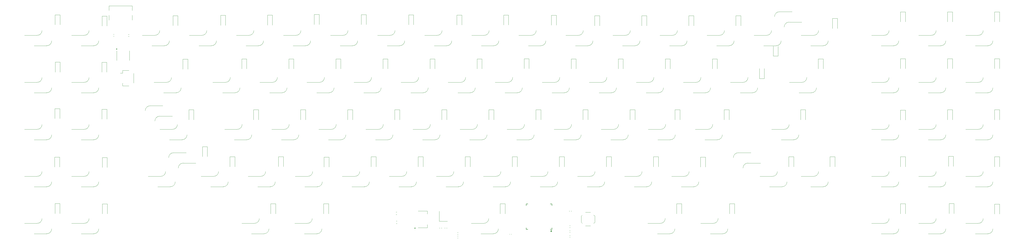
<source format=gbr>
%TF.GenerationSoftware,KiCad,Pcbnew,8.0.8*%
%TF.CreationDate,2025-04-01T14:15:57+02:00*%
%TF.ProjectId,xt_pcb,78745f70-6362-42e6-9b69-6361645f7063,rev?*%
%TF.SameCoordinates,Original*%
%TF.FileFunction,Legend,Bot*%
%TF.FilePolarity,Positive*%
%FSLAX46Y46*%
G04 Gerber Fmt 4.6, Leading zero omitted, Abs format (unit mm)*
G04 Created by KiCad (PCBNEW 8.0.8) date 2025-04-01 14:15:57*
%MOMM*%
%LPD*%
G01*
G04 APERTURE LIST*
%ADD10C,0.120000*%
%ADD11C,0.150000*%
G04 APERTURE END LIST*
D10*
%TO.C,SW79*%
X437610000Y-150305000D02*
X432510000Y-150305000D01*
X441510000Y-154505000D02*
X436410000Y-154505000D01*
X439610000Y-148305000D02*
G75*
G02*
X437610000Y-150305000I-1999999J-1D01*
G01*
X443510000Y-152505000D02*
G75*
G02*
X441510000Y-154505000I-1999999J-1D01*
G01*
%TO.C,SW43*%
X94710000Y-131255000D02*
X89610000Y-131255000D01*
X98610000Y-135455000D02*
X93510000Y-135455000D01*
X96710000Y-129255000D02*
G75*
G02*
X94710000Y-131255000I-1999999J-1D01*
G01*
X100610000Y-133455000D02*
G75*
G02*
X98610000Y-135455000I-1999999J-1D01*
G01*
%TO.C,SW46*%
X175687500Y-131255000D02*
X170587500Y-131255000D01*
X179587500Y-135455000D02*
X174487500Y-135455000D01*
X177687500Y-129255000D02*
G75*
G02*
X175687500Y-131255000I-1999999J-1D01*
G01*
X181587500Y-133455000D02*
G75*
G02*
X179587500Y-135455000I-1999999J-1D01*
G01*
%TO.C,SW36*%
X370950000Y-93155000D02*
X365850000Y-93155000D01*
X374850000Y-97355000D02*
X369750000Y-97355000D01*
X372950000Y-91155000D02*
G75*
G02*
X370950000Y-93155000I-1999999J-1D01*
G01*
X376850000Y-95355000D02*
G75*
G02*
X374850000Y-97355000I-1999999J-1D01*
G01*
%TO.C,SW72*%
X223312500Y-150305000D02*
X218212500Y-150305000D01*
X227212500Y-154505000D02*
X222112500Y-154505000D01*
X225312500Y-148305000D02*
G75*
G02*
X223312500Y-150305000I-1999999J-1D01*
G01*
X229212500Y-152505000D02*
G75*
G02*
X227212500Y-154505000I-1999999J-1D01*
G01*
%TO.C,SW25*%
X151875000Y-112205000D02*
X146775000Y-112205000D01*
X155775000Y-116405000D02*
X150675000Y-116405000D01*
X153875000Y-110205000D02*
G75*
G02*
X151875000Y-112205000I-1999999J-1D01*
G01*
X157775000Y-114405000D02*
G75*
G02*
X155775000Y-116405000I-1999999J-1D01*
G01*
%TO.C,SW38*%
X418560000Y-112205000D02*
X413460000Y-112205000D01*
X422460000Y-116405000D02*
X417360000Y-116405000D01*
X420560000Y-110205000D02*
G75*
G02*
X418560000Y-112205000I-1999999J-1D01*
G01*
X424460000Y-114405000D02*
G75*
G02*
X422460000Y-116405000I-1999999J-1D01*
G01*
%TO.C,SW62*%
X361425000Y-112205000D02*
X356325000Y-112205000D01*
X365325000Y-116405000D02*
X360225000Y-116405000D01*
X363425000Y-110205000D02*
G75*
G02*
X361425000Y-112205000I-1999999J-1D01*
G01*
X367325000Y-114405000D02*
G75*
G02*
X365325000Y-116405000I-1999999J-1D01*
G01*
%TO.C,SW28*%
X209025000Y-112205000D02*
X203925000Y-112205000D01*
X212925000Y-116405000D02*
X207825000Y-116405000D01*
X211025000Y-110205000D02*
G75*
G02*
X209025000Y-112205000I-1999999J-1D01*
G01*
X214925000Y-114405000D02*
G75*
G02*
X212925000Y-116405000I-1999999J-1D01*
G01*
%TO.C,SW9*%
X199500000Y-93155000D02*
X194400000Y-93155000D01*
X203400000Y-97355000D02*
X198300000Y-97355000D01*
X201500000Y-91155000D02*
G75*
G02*
X199500000Y-93155000I-1999999J-1D01*
G01*
X205400000Y-95355000D02*
G75*
G02*
X203400000Y-97355000I-1999999J-1D01*
G01*
%TO.C,SW23*%
X94710000Y-112205000D02*
X89610000Y-112205000D01*
X98610000Y-116405000D02*
X93510000Y-116405000D01*
X96710000Y-110205000D02*
G75*
G02*
X94710000Y-112205000I-1999999J-1D01*
G01*
X100610000Y-114405000D02*
G75*
G02*
X98610000Y-116405000I-1999999J-1D01*
G01*
%TO.C,SW60*%
X337612500Y-150305000D02*
X332512500Y-150305000D01*
X341512500Y-154505000D02*
X336412500Y-154505000D01*
X339612500Y-148305000D02*
G75*
G02*
X337612500Y-150305000I-1999999J-1D01*
G01*
X343512500Y-152505000D02*
G75*
G02*
X341512500Y-154505000I-1999999J-1D01*
G01*
%TO.C,SW5*%
X123300000Y-93155000D02*
X118200000Y-93155000D01*
X127200000Y-97355000D02*
X122100000Y-97355000D01*
X125300000Y-91155000D02*
G75*
G02*
X123300000Y-93155000I-1999999J-1D01*
G01*
X129200000Y-95355000D02*
G75*
G02*
X127200000Y-97355000I-1999999J-1D01*
G01*
%TO.C,SW3*%
X75660000Y-93155000D02*
X70560000Y-93155000D01*
X79560000Y-97355000D02*
X74460000Y-97355000D01*
X77660000Y-91155000D02*
G75*
G02*
X75660000Y-93155000I-1999999J-1D01*
G01*
X81560000Y-95355000D02*
G75*
G02*
X79560000Y-97355000I-1999999J-1D01*
G01*
%TO.C,SW56*%
X378093750Y-131255000D02*
X372993750Y-131255000D01*
X381993750Y-135455000D02*
X376893750Y-135455000D01*
X380093750Y-129255000D02*
G75*
G02*
X378093750Y-131255000I-1999999J-1D01*
G01*
X383993750Y-133455000D02*
G75*
G02*
X381993750Y-135455000I-1999999J-1D01*
G01*
%TO.C,SW20*%
X437610000Y-93155000D02*
X432510000Y-93155000D01*
X441510000Y-97355000D02*
X436410000Y-97355000D01*
X439610000Y-91155000D02*
G75*
G02*
X437610000Y-93155000I-1999999J-1D01*
G01*
X443510000Y-95355000D02*
G75*
G02*
X441510000Y-97355000I-1999999J-1D01*
G01*
%TO.C,SW97*%
X359506250Y-140705000D02*
X364606250Y-140705000D01*
X363406250Y-144905000D02*
X368506250Y-144905000D01*
X357506250Y-142705000D02*
G75*
G02*
X359506250Y-140705000I1999999J1D01*
G01*
X361406250Y-146905000D02*
G75*
G02*
X363406250Y-144905000I1999999J1D01*
G01*
%TO.C,SW63*%
X125681250Y-150305000D02*
X120581250Y-150305000D01*
X129581250Y-154505000D02*
X124481250Y-154505000D01*
X127681250Y-148305000D02*
G75*
G02*
X125681250Y-150305000I-1999999J-1D01*
G01*
X131581250Y-152505000D02*
G75*
G02*
X129581250Y-154505000I-1999999J-1D01*
G01*
%TO.C,SW42*%
X75660000Y-131255000D02*
X70560000Y-131255000D01*
X79560000Y-135455000D02*
X74460000Y-135455000D01*
X77660000Y-129255000D02*
G75*
G02*
X75660000Y-131255000I-1999999J-1D01*
G01*
X81560000Y-133455000D02*
G75*
G02*
X79560000Y-135455000I-1999999J-1D01*
G01*
%TO.C,SW83*%
X163613750Y-169355000D02*
X158513750Y-169355000D01*
X167513750Y-173555000D02*
X162413750Y-173555000D01*
X165613750Y-167355000D02*
G75*
G02*
X163613750Y-169355000I-1999999J-1D01*
G01*
X169513750Y-171555000D02*
G75*
G02*
X167513750Y-173555000I-1999999J-1D01*
G01*
%TO.C,SW47*%
X194737500Y-131255000D02*
X189637500Y-131255000D01*
X198637500Y-135455000D02*
X193537500Y-135455000D01*
X196737500Y-129255000D02*
G75*
G02*
X194737500Y-131255000I-1999999J-1D01*
G01*
X200637500Y-133455000D02*
G75*
G02*
X198637500Y-135455000I-1999999J-1D01*
G01*
%TO.C,SW85*%
X256482500Y-169355000D02*
X251382500Y-169355000D01*
X260382500Y-173555000D02*
X255282500Y-173555000D01*
X258482500Y-167355000D02*
G75*
G02*
X256482500Y-169355000I-1999999J-1D01*
G01*
X262382500Y-171555000D02*
G75*
G02*
X260382500Y-173555000I-1999999J-1D01*
G01*
%TO.C,SW90*%
X456660000Y-169355000D02*
X451560000Y-169355000D01*
X460560000Y-173555000D02*
X455460000Y-173555000D01*
X458660000Y-167355000D02*
G75*
G02*
X456660000Y-169355000I-1999999J-1D01*
G01*
X462560000Y-171555000D02*
G75*
G02*
X460560000Y-173555000I-1999999J-1D01*
G01*
%TO.C,SW82*%
X94710000Y-169355000D02*
X89610000Y-169355000D01*
X98610000Y-173555000D02*
X93510000Y-173555000D01*
X96710000Y-167355000D02*
G75*
G02*
X94710000Y-169355000I-1999999J-1D01*
G01*
X100610000Y-171555000D02*
G75*
G02*
X98610000Y-173555000I-1999999J-1D01*
G01*
%TO.C,SW13*%
X275700000Y-93155000D02*
X270600000Y-93155000D01*
X279600000Y-97355000D02*
X274500000Y-97355000D01*
X277700000Y-91155000D02*
G75*
G02*
X275700000Y-93155000I-1999999J-1D01*
G01*
X281600000Y-95355000D02*
G75*
G02*
X279600000Y-97355000I-1999999J-1D01*
G01*
%TO.C,SW24*%
X128062500Y-112205000D02*
X122962500Y-112205000D01*
X131962500Y-116405000D02*
X126862500Y-116405000D01*
X130062500Y-110205000D02*
G75*
G02*
X128062500Y-112205000I-1999999J-1D01*
G01*
X133962500Y-114405000D02*
G75*
G02*
X131962500Y-116405000I-1999999J-1D01*
G01*
%TO.C,SW81*%
X75660000Y-169355000D02*
X70560000Y-169355000D01*
X79560000Y-173555000D02*
X74460000Y-173555000D01*
X77660000Y-167355000D02*
G75*
G02*
X75660000Y-169355000I-1999999J-1D01*
G01*
X81560000Y-171555000D02*
G75*
G02*
X79560000Y-173555000I-1999999J-1D01*
G01*
%TO.C,SW22*%
X75660000Y-112205000D02*
X70560000Y-112205000D01*
X79560000Y-116405000D02*
X74460000Y-116405000D01*
X77660000Y-110205000D02*
G75*
G02*
X75660000Y-112205000I-1999999J-1D01*
G01*
X81560000Y-114405000D02*
G75*
G02*
X79560000Y-116405000I-1999999J-1D01*
G01*
%TO.C,SW14*%
X294750000Y-93155000D02*
X289650000Y-93155000D01*
X298650000Y-97355000D02*
X293550000Y-97355000D01*
X296750000Y-91155000D02*
G75*
G02*
X294750000Y-93155000I-1999999J-1D01*
G01*
X300650000Y-95355000D02*
G75*
G02*
X298650000Y-97355000I-1999999J-1D01*
G01*
%TO.C,SW49*%
X232837500Y-131255000D02*
X227737500Y-131255000D01*
X236737500Y-135455000D02*
X231637500Y-135455000D01*
X234837500Y-129255000D02*
G75*
G02*
X232837500Y-131255000I-1999999J-1D01*
G01*
X238737500Y-133455000D02*
G75*
G02*
X236737500Y-135455000I-1999999J-1D01*
G01*
%TO.C,SW54*%
X328087500Y-131255000D02*
X322987500Y-131255000D01*
X331987500Y-135455000D02*
X326887500Y-135455000D01*
X330087500Y-129255000D02*
G75*
G02*
X328087500Y-131255000I-1999999J-1D01*
G01*
X333987500Y-133455000D02*
G75*
G02*
X331987500Y-135455000I-1999999J-1D01*
G01*
%TO.C,SW10*%
X218550000Y-93155000D02*
X213450000Y-93155000D01*
X222450000Y-97355000D02*
X217350000Y-97355000D01*
X220550000Y-91155000D02*
G75*
G02*
X218550000Y-93155000I-1999999J-1D01*
G01*
X224450000Y-95355000D02*
G75*
G02*
X222450000Y-97355000I-1999999J-1D01*
G01*
%TO.C,SW15*%
X313800000Y-93155000D02*
X308700000Y-93155000D01*
X317700000Y-97355000D02*
X312600000Y-97355000D01*
X315800000Y-91155000D02*
G75*
G02*
X313800000Y-93155000I-1999999J-1D01*
G01*
X319700000Y-95355000D02*
G75*
G02*
X317700000Y-97355000I-1999999J-1D01*
G01*
%TO.C,SW29*%
X228075000Y-112205000D02*
X222975000Y-112205000D01*
X231975000Y-116405000D02*
X226875000Y-116405000D01*
X230075000Y-110205000D02*
G75*
G02*
X228075000Y-112205000I-1999999J-1D01*
G01*
X233975000Y-114405000D02*
G75*
G02*
X231975000Y-116405000I-1999999J-1D01*
G01*
%TO.C,SW67*%
X94710000Y-150305000D02*
X89610000Y-150305000D01*
X98610000Y-154505000D02*
X93510000Y-154505000D01*
X96710000Y-148305000D02*
G75*
G02*
X94710000Y-150305000I-1999999J-1D01*
G01*
X100610000Y-152505000D02*
G75*
G02*
X98610000Y-154505000I-1999999J-1D01*
G01*
%TO.C,SW50*%
X251887500Y-131255000D02*
X246787500Y-131255000D01*
X255787500Y-135455000D02*
X250687500Y-135455000D01*
X253887500Y-129255000D02*
G75*
G02*
X251887500Y-131255000I-1999999J-1D01*
G01*
X257787500Y-133455000D02*
G75*
G02*
X255787500Y-135455000I-1999999J-1D01*
G01*
%TO.C,SW58*%
X437610000Y-131255000D02*
X432510000Y-131255000D01*
X441510000Y-135455000D02*
X436410000Y-135455000D01*
X439610000Y-129255000D02*
G75*
G02*
X437610000Y-131255000I-1999999J-1D01*
G01*
X443510000Y-133455000D02*
G75*
G02*
X441510000Y-135455000I-1999999J-1D01*
G01*
%TO.C,SW55*%
X347137500Y-131255000D02*
X342037500Y-131255000D01*
X351037500Y-135455000D02*
X345937500Y-135455000D01*
X349137500Y-129255000D02*
G75*
G02*
X347137500Y-131255000I-1999999J-1D01*
G01*
X353037500Y-133455000D02*
G75*
G02*
X351037500Y-135455000I-1999999J-1D01*
G01*
%TO.C,SW16*%
X332850000Y-93155000D02*
X327750000Y-93155000D01*
X336750000Y-97355000D02*
X331650000Y-97355000D01*
X334850000Y-91155000D02*
G75*
G02*
X332850000Y-93155000I-1999999J-1D01*
G01*
X338750000Y-95355000D02*
G75*
G02*
X336750000Y-97355000I-1999999J-1D01*
G01*
%TO.C,SW96*%
X373331250Y-150305000D02*
X368231250Y-150305000D01*
X377231250Y-154505000D02*
X372131250Y-154505000D01*
X375331250Y-148305000D02*
G75*
G02*
X373331250Y-150305000I-1999999J-1D01*
G01*
X379231250Y-152505000D02*
G75*
G02*
X377231250Y-154505000I-1999999J-1D01*
G01*
%TO.C,SW73*%
X242362500Y-150305000D02*
X237262500Y-150305000D01*
X246262500Y-154505000D02*
X241162500Y-154505000D01*
X244362500Y-148305000D02*
G75*
G02*
X242362500Y-150305000I-1999999J-1D01*
G01*
X248262500Y-152505000D02*
G75*
G02*
X246262500Y-154505000I-1999999J-1D01*
G01*
%TO.C,SW37*%
X385237500Y-112205000D02*
X380137500Y-112205000D01*
X389137500Y-116405000D02*
X384037500Y-116405000D01*
X387237500Y-110205000D02*
G75*
G02*
X385237500Y-112205000I-1999999J-1D01*
G01*
X391137500Y-114405000D02*
G75*
G02*
X389137500Y-116405000I-1999999J-1D01*
G01*
%TO.C,SW71*%
X204262500Y-150305000D02*
X199162500Y-150305000D01*
X208162500Y-154505000D02*
X203062500Y-154505000D01*
X206262500Y-148305000D02*
G75*
G02*
X204262500Y-150305000I-1999999J-1D01*
G01*
X210162500Y-152505000D02*
G75*
G02*
X208162500Y-154505000I-1999999J-1D01*
G01*
%TO.C,SW52*%
X289987500Y-131255000D02*
X284887500Y-131255000D01*
X293887500Y-135455000D02*
X288787500Y-135455000D01*
X291987500Y-129255000D02*
G75*
G02*
X289987500Y-131255000I-1999999J-1D01*
G01*
X295887500Y-133455000D02*
G75*
G02*
X293887500Y-135455000I-1999999J-1D01*
G01*
%TO.C,SW34*%
X323325000Y-112205000D02*
X318225000Y-112205000D01*
X327225000Y-116405000D02*
X322125000Y-116405000D01*
X325325000Y-110205000D02*
G75*
G02*
X323325000Y-112205000I-1999999J-1D01*
G01*
X329225000Y-114405000D02*
G75*
G02*
X327225000Y-116405000I-1999999J-1D01*
G01*
%TO.C,SW59*%
X456660000Y-131255000D02*
X451560000Y-131255000D01*
X460560000Y-135455000D02*
X455460000Y-135455000D01*
X458660000Y-129255000D02*
G75*
G02*
X456660000Y-131255000I-1999999J-1D01*
G01*
X462560000Y-133455000D02*
G75*
G02*
X460560000Y-135455000I-1999999J-1D01*
G01*
%TO.C,SW75*%
X280462500Y-150305000D02*
X275362500Y-150305000D01*
X284362500Y-154505000D02*
X279262500Y-154505000D01*
X282462500Y-148305000D02*
G75*
G02*
X280462500Y-150305000I-1999999J-1D01*
G01*
X286362500Y-152505000D02*
G75*
G02*
X284362500Y-154505000I-1999999J-1D01*
G01*
%TO.C,SW44*%
X121430000Y-121670000D02*
X126530000Y-121670000D01*
X125330000Y-125870000D02*
X130430000Y-125870000D01*
X119430000Y-123670000D02*
G75*
G02*
X121430000Y-121670000I1999999J1D01*
G01*
X123330000Y-127870000D02*
G75*
G02*
X125330000Y-125870000I1999999J1D01*
G01*
%TO.C,SW41*%
X130443750Y-131255000D02*
X125343750Y-131255000D01*
X134343750Y-135455000D02*
X129243750Y-135455000D01*
X132443750Y-129255000D02*
G75*
G02*
X130443750Y-131255000I-1999999J-1D01*
G01*
X136343750Y-133455000D02*
G75*
G02*
X134343750Y-135455000I-1999999J-1D01*
G01*
%TO.C,SW6*%
X142350000Y-93155000D02*
X137250000Y-93155000D01*
X146250000Y-97355000D02*
X141150000Y-97355000D01*
X144350000Y-91155000D02*
G75*
G02*
X142350000Y-93155000I-1999999J-1D01*
G01*
X148250000Y-95355000D02*
G75*
G02*
X146250000Y-97355000I-1999999J-1D01*
G01*
%TO.C,SW21*%
X456660000Y-93155000D02*
X451560000Y-93155000D01*
X460560000Y-97355000D02*
X455460000Y-97355000D01*
X458660000Y-91155000D02*
G75*
G02*
X456660000Y-93155000I-1999999J-1D01*
G01*
X462560000Y-95355000D02*
G75*
G02*
X460560000Y-97355000I-1999999J-1D01*
G01*
%TO.C,SW77*%
X318562500Y-150305000D02*
X313462500Y-150305000D01*
X322462500Y-154505000D02*
X317362500Y-154505000D01*
X320562500Y-148305000D02*
G75*
G02*
X318562500Y-150305000I-1999999J-1D01*
G01*
X324462500Y-152505000D02*
G75*
G02*
X322462500Y-154505000I-1999999J-1D01*
G01*
%TO.C,SW4*%
X94710000Y-93155000D02*
X89610000Y-93155000D01*
X98610000Y-97355000D02*
X93510000Y-97355000D01*
X96710000Y-91155000D02*
G75*
G02*
X94710000Y-93155000I-1999999J-1D01*
G01*
X100610000Y-95355000D02*
G75*
G02*
X98610000Y-97355000I-1999999J-1D01*
G01*
%TO.C,SW2*%
X390000000Y-93155000D02*
X384900000Y-93155000D01*
X393900000Y-97355000D02*
X388800000Y-97355000D01*
X392000000Y-91155000D02*
G75*
G02*
X390000000Y-93155000I-1999999J-1D01*
G01*
X395900000Y-95355000D02*
G75*
G02*
X393900000Y-97355000I-1999999J-1D01*
G01*
%TO.C,SW1*%
X376175000Y-83555000D02*
X381275000Y-83555000D01*
X380075000Y-87755000D02*
X385175000Y-87755000D01*
X374175000Y-85555000D02*
G75*
G02*
X376175000Y-83555000I1999999J1D01*
G01*
X378075000Y-89755000D02*
G75*
G02*
X380075000Y-87755000I1999999J1D01*
G01*
%TO.C,SW12*%
X256650000Y-93155000D02*
X251550000Y-93155000D01*
X260550000Y-97355000D02*
X255450000Y-97355000D01*
X258650000Y-91155000D02*
G75*
G02*
X256650000Y-93155000I-1999999J-1D01*
G01*
X262550000Y-95355000D02*
G75*
G02*
X260550000Y-97355000I-1999999J-1D01*
G01*
%TO.C,SW66*%
X75660000Y-150305000D02*
X70560000Y-150305000D01*
X79560000Y-154505000D02*
X74460000Y-154505000D01*
X77660000Y-148305000D02*
G75*
G02*
X75660000Y-150305000I-1999999J-1D01*
G01*
X81560000Y-152505000D02*
G75*
G02*
X79560000Y-154505000I-1999999J-1D01*
G01*
%TO.C,SW68*%
X147112500Y-150305000D02*
X142012500Y-150305000D01*
X151012500Y-154505000D02*
X145912500Y-154505000D01*
X149112500Y-148305000D02*
G75*
G02*
X147112500Y-150305000I-1999999J-1D01*
G01*
X153012500Y-152505000D02*
G75*
G02*
X151012500Y-154505000I-1999999J-1D01*
G01*
%TO.C,SW40*%
X456660000Y-112205000D02*
X451560000Y-112205000D01*
X460560000Y-116405000D02*
X455460000Y-116405000D01*
X458660000Y-110205000D02*
G75*
G02*
X456660000Y-112205000I-1999999J-1D01*
G01*
X462560000Y-114405000D02*
G75*
G02*
X460560000Y-116405000I-1999999J-1D01*
G01*
%TO.C,SW45*%
X156637500Y-131255000D02*
X151537500Y-131255000D01*
X160537500Y-135455000D02*
X155437500Y-135455000D01*
X158637500Y-129255000D02*
G75*
G02*
X156637500Y-131255000I-1999999J-1D01*
G01*
X162537500Y-133455000D02*
G75*
G02*
X160537500Y-135455000I-1999999J-1D01*
G01*
%TO.C,SW7*%
X161400000Y-93155000D02*
X156300000Y-93155000D01*
X165300000Y-97355000D02*
X160200000Y-97355000D01*
X163400000Y-91155000D02*
G75*
G02*
X161400000Y-93155000I-1999999J-1D01*
G01*
X167300000Y-95355000D02*
G75*
G02*
X165300000Y-97355000I-1999999J-1D01*
G01*
%TO.C,SW48*%
X213787500Y-131255000D02*
X208687500Y-131255000D01*
X217687500Y-135455000D02*
X212587500Y-135455000D01*
X215787500Y-129255000D02*
G75*
G02*
X213787500Y-131255000I-1999999J-1D01*
G01*
X219687500Y-133455000D02*
G75*
G02*
X217687500Y-135455000I-1999999J-1D01*
G01*
%TO.C,SW31*%
X266175000Y-112205000D02*
X261075000Y-112205000D01*
X270075000Y-116405000D02*
X264975000Y-116405000D01*
X268175000Y-110205000D02*
G75*
G02*
X266175000Y-112205000I-1999999J-1D01*
G01*
X272075000Y-114405000D02*
G75*
G02*
X270075000Y-116405000I-1999999J-1D01*
G01*
%TO.C,SW26*%
X170925000Y-112205000D02*
X165825000Y-112205000D01*
X174825000Y-116405000D02*
X169725000Y-116405000D01*
X172925000Y-110205000D02*
G75*
G02*
X170925000Y-112205000I-1999999J-1D01*
G01*
X176825000Y-114405000D02*
G75*
G02*
X174825000Y-116405000I-1999999J-1D01*
G01*
%TO.C,SW35*%
X342375000Y-112205000D02*
X337275000Y-112205000D01*
X346275000Y-116405000D02*
X341175000Y-116405000D01*
X344375000Y-110205000D02*
G75*
G02*
X342375000Y-112205000I-1999999J-1D01*
G01*
X348275000Y-114405000D02*
G75*
G02*
X346275000Y-116405000I-1999999J-1D01*
G01*
%TO.C,SW84*%
X185045000Y-169355000D02*
X179945000Y-169355000D01*
X188945000Y-173555000D02*
X183845000Y-173555000D01*
X187045000Y-167355000D02*
G75*
G02*
X185045000Y-169355000I-1999999J-1D01*
G01*
X190945000Y-171555000D02*
G75*
G02*
X188945000Y-173555000I-1999999J-1D01*
G01*
%TO.C,SW78*%
X418560000Y-150305000D02*
X413460000Y-150305000D01*
X422460000Y-154505000D02*
X417360000Y-154505000D01*
X420560000Y-148305000D02*
G75*
G02*
X418560000Y-150305000I-1999999J-1D01*
G01*
X424460000Y-152505000D02*
G75*
G02*
X422460000Y-154505000I-1999999J-1D01*
G01*
%TO.C,SW32*%
X285225000Y-112205000D02*
X280125000Y-112205000D01*
X289125000Y-116405000D02*
X284025000Y-116405000D01*
X287225000Y-110205000D02*
G75*
G02*
X285225000Y-112205000I-1999999J-1D01*
G01*
X291125000Y-114405000D02*
G75*
G02*
X289125000Y-116405000I-1999999J-1D01*
G01*
%TO.C,SW89*%
X437610000Y-169355000D02*
X432510000Y-169355000D01*
X441510000Y-173555000D02*
X436410000Y-173555000D01*
X439610000Y-167355000D02*
G75*
G02*
X437610000Y-169355000I-1999999J-1D01*
G01*
X443510000Y-171555000D02*
G75*
G02*
X441510000Y-173555000I-1999999J-1D01*
G01*
%TO.C,SW69*%
X166162500Y-150305000D02*
X161062500Y-150305000D01*
X170062500Y-154505000D02*
X164962500Y-154505000D01*
X168162500Y-148305000D02*
G75*
G02*
X166162500Y-150305000I-1999999J-1D01*
G01*
X172062500Y-152505000D02*
G75*
G02*
X170062500Y-154505000I-1999999J-1D01*
G01*
%TO.C,SW17*%
X351900000Y-93155000D02*
X346800000Y-93155000D01*
X355800000Y-97355000D02*
X350700000Y-97355000D01*
X353900000Y-91155000D02*
G75*
G02*
X351900000Y-93155000I-1999999J-1D01*
G01*
X357800000Y-95355000D02*
G75*
G02*
X355800000Y-97355000I-1999999J-1D01*
G01*
%TO.C,SW39*%
X437610000Y-112205000D02*
X432510000Y-112205000D01*
X441510000Y-116405000D02*
X436410000Y-116405000D01*
X439610000Y-110205000D02*
G75*
G02*
X437610000Y-112205000I-1999999J-1D01*
G01*
X443510000Y-114405000D02*
G75*
G02*
X441510000Y-116405000I-1999999J-1D01*
G01*
%TO.C,SW74*%
X261412500Y-150305000D02*
X256312500Y-150305000D01*
X265312500Y-154505000D02*
X260212500Y-154505000D01*
X263412500Y-148305000D02*
G75*
G02*
X261412500Y-150305000I-1999999J-1D01*
G01*
X267312500Y-152505000D02*
G75*
G02*
X265312500Y-154505000I-1999999J-1D01*
G01*
%TO.C,SW30*%
X247125000Y-112205000D02*
X242025000Y-112205000D01*
X251025000Y-116405000D02*
X245925000Y-116405000D01*
X249125000Y-110205000D02*
G75*
G02*
X247125000Y-112205000I-1999999J-1D01*
G01*
X253025000Y-114405000D02*
G75*
G02*
X251025000Y-116405000I-1999999J-1D01*
G01*
%TO.C,SW64*%
X390000000Y-150305000D02*
X384900000Y-150305000D01*
X393900000Y-154505000D02*
X388800000Y-154505000D01*
X392000000Y-148305000D02*
G75*
G02*
X390000000Y-150305000I-1999999J-1D01*
G01*
X395900000Y-152505000D02*
G75*
G02*
X393900000Y-154505000I-1999999J-1D01*
G01*
%TO.C,SW19*%
X418560000Y-93155000D02*
X413460000Y-93155000D01*
X422460000Y-97355000D02*
X417360000Y-97355000D01*
X420560000Y-91155000D02*
G75*
G02*
X418560000Y-93155000I-1999999J-1D01*
G01*
X424460000Y-95355000D02*
G75*
G02*
X422460000Y-97355000I-1999999J-1D01*
G01*
%TO.C,SW57*%
X418560000Y-131255000D02*
X413460000Y-131255000D01*
X422460000Y-135455000D02*
X417360000Y-135455000D01*
X420560000Y-129255000D02*
G75*
G02*
X418560000Y-131255000I-1999999J-1D01*
G01*
X424460000Y-133455000D02*
G75*
G02*
X422460000Y-135455000I-1999999J-1D01*
G01*
%TO.C,SW8*%
X180450000Y-93155000D02*
X175350000Y-93155000D01*
X184350000Y-97355000D02*
X179250000Y-97355000D01*
X182450000Y-91155000D02*
G75*
G02*
X180450000Y-93155000I-1999999J-1D01*
G01*
X186350000Y-95355000D02*
G75*
G02*
X184350000Y-97355000I-1999999J-1D01*
G01*
%TO.C,SW51*%
X270937500Y-131255000D02*
X265837500Y-131255000D01*
X274837500Y-135455000D02*
X269737500Y-135455000D01*
X272937500Y-129255000D02*
G75*
G02*
X270937500Y-131255000I-1999999J-1D01*
G01*
X276837500Y-133455000D02*
G75*
G02*
X274837500Y-135455000I-1999999J-1D01*
G01*
%TO.C,SW33*%
X304275000Y-112205000D02*
X299175000Y-112205000D01*
X308175000Y-116405000D02*
X303075000Y-116405000D01*
X306275000Y-110205000D02*
G75*
G02*
X304275000Y-112205000I-1999999J-1D01*
G01*
X310175000Y-114405000D02*
G75*
G02*
X308175000Y-116405000I-1999999J-1D01*
G01*
%TO.C,SW76*%
X299512500Y-150305000D02*
X294412500Y-150305000D01*
X303412500Y-154505000D02*
X298312500Y-154505000D01*
X301512500Y-148305000D02*
G75*
G02*
X299512500Y-150305000I-1999999J-1D01*
G01*
X305412500Y-152505000D02*
G75*
G02*
X303412500Y-154505000I-1999999J-1D01*
G01*
%TO.C,SW11*%
X237600000Y-93155000D02*
X232500000Y-93155000D01*
X241500000Y-97355000D02*
X236400000Y-97355000D01*
X239600000Y-91155000D02*
G75*
G02*
X237600000Y-93155000I-1999999J-1D01*
G01*
X243500000Y-95355000D02*
G75*
G02*
X241500000Y-97355000I-1999999J-1D01*
G01*
%TO.C,SW80*%
X456660000Y-150305000D02*
X451560000Y-150305000D01*
X460560000Y-154505000D02*
X455460000Y-154505000D01*
X458660000Y-148305000D02*
G75*
G02*
X456660000Y-150305000I-1999999J-1D01*
G01*
X462560000Y-152505000D02*
G75*
G02*
X460560000Y-154505000I-1999999J-1D01*
G01*
%TO.C,SW27*%
X189975000Y-112205000D02*
X184875000Y-112205000D01*
X193875000Y-116405000D02*
X188775000Y-116405000D01*
X191975000Y-110205000D02*
G75*
G02*
X189975000Y-112205000I-1999999J-1D01*
G01*
X195875000Y-114405000D02*
G75*
G02*
X193875000Y-116405000I-1999999J-1D01*
G01*
%TO.C,SW88*%
X418560000Y-169355000D02*
X413460000Y-169355000D01*
X422460000Y-173555000D02*
X417360000Y-173555000D01*
X420560000Y-167355000D02*
G75*
G02*
X418560000Y-169355000I-1999999J-1D01*
G01*
X424460000Y-171555000D02*
G75*
G02*
X422460000Y-173555000I-1999999J-1D01*
G01*
%TO.C,SW87*%
X349351250Y-169355000D02*
X344251250Y-169355000D01*
X353251250Y-173555000D02*
X348151250Y-173555000D01*
X351351250Y-167355000D02*
G75*
G02*
X349351250Y-169355000I-1999999J-1D01*
G01*
X355251250Y-171555000D02*
G75*
G02*
X353251250Y-173555000I-1999999J-1D01*
G01*
%TO.C,SW61*%
X130906250Y-140705000D02*
X136006250Y-140705000D01*
X134806250Y-144905000D02*
X139906250Y-144905000D01*
X128906250Y-142705000D02*
G75*
G02*
X130906250Y-140705000I1999999J1D01*
G01*
X132806250Y-146905000D02*
G75*
G02*
X134806250Y-144905000I1999999J1D01*
G01*
%TO.C,SW86*%
X327920000Y-169355000D02*
X322820000Y-169355000D01*
X331820000Y-173555000D02*
X326720000Y-173555000D01*
X329920000Y-167355000D02*
G75*
G02*
X327920000Y-169355000I-1999999J-1D01*
G01*
X333820000Y-171555000D02*
G75*
G02*
X331820000Y-173555000I-1999999J-1D01*
G01*
%TO.C,SW53*%
X309037500Y-131255000D02*
X303937500Y-131255000D01*
X312937500Y-135455000D02*
X307837500Y-135455000D01*
X311037500Y-129255000D02*
G75*
G02*
X309037500Y-131255000I-1999999J-1D01*
G01*
X314937500Y-133455000D02*
G75*
G02*
X312937500Y-135455000I-1999999J-1D01*
G01*
%TO.C,SW70*%
X185212500Y-150305000D02*
X180112500Y-150305000D01*
X189112500Y-154505000D02*
X184012500Y-154505000D01*
X187212500Y-148305000D02*
G75*
G02*
X185212500Y-150305000I-1999999J-1D01*
G01*
X191112500Y-152505000D02*
G75*
G02*
X189112500Y-154505000I-1999999J-1D01*
G01*
%TO.C,D66*%
X229912500Y-146355000D02*
X229912500Y-142345000D01*
X231912500Y-142345000D02*
X229912500Y-142345000D01*
X231912500Y-146355000D02*
X231912500Y-142345000D01*
%TO.C,D49*%
X277537500Y-127305000D02*
X277537500Y-123295000D01*
X279537500Y-123295000D02*
X277537500Y-123295000D01*
X279537500Y-127305000D02*
X279537500Y-123295000D01*
%TO.C,D82*%
X355951250Y-165405000D02*
X355951250Y-161395000D01*
X357951250Y-161395000D02*
X355951250Y-161395000D01*
X357951250Y-165405000D02*
X357951250Y-161395000D01*
%TO.C,D79*%
X191645000Y-165405000D02*
X191645000Y-161395000D01*
X193645000Y-161395000D02*
X191645000Y-161395000D01*
X193645000Y-165405000D02*
X193645000Y-161395000D01*
%TO.C,D32*%
X310875000Y-106705000D02*
X310875000Y-102695000D01*
X312875000Y-102695000D02*
X310875000Y-102695000D01*
X312875000Y-106705000D02*
X312875000Y-102695000D01*
%TO.C,D58*%
X82742500Y-146505000D02*
X82742500Y-142495000D01*
X84742500Y-142495000D02*
X82742500Y-142495000D01*
X84742500Y-146505000D02*
X84742500Y-142495000D01*
%TO.C,D64*%
X191812500Y-146455000D02*
X191812500Y-142445000D01*
X193812500Y-142445000D02*
X191812500Y-142445000D01*
X193812500Y-146455000D02*
X193812500Y-142445000D01*
%TO.C,D13*%
X320400000Y-89205000D02*
X320400000Y-85195000D01*
X322400000Y-85195000D02*
X320400000Y-85195000D01*
X322400000Y-89205000D02*
X322400000Y-85195000D01*
%TO.C,J2*%
X104705000Y-81175000D02*
X104705000Y-83075000D01*
X104705000Y-84975000D02*
X104705000Y-86975000D01*
X114105000Y-81175000D02*
X104705000Y-81175000D01*
X114105000Y-81175000D02*
X114105000Y-83075000D01*
X114105000Y-84975000D02*
X114105000Y-86975000D01*
%TO.C,R2*%
X246063641Y-173010000D02*
X245756359Y-173010000D01*
X246063641Y-173770000D02*
X245756359Y-173770000D01*
%TO.C,D7*%
X206845000Y-88755000D02*
X206845000Y-84745000D01*
X208845000Y-84745000D02*
X206845000Y-84745000D01*
X208845000Y-88755000D02*
X208845000Y-84745000D01*
%TO.C,U1*%
X233610000Y-164290000D02*
X229850000Y-164290000D01*
X233610000Y-165550000D02*
X233610000Y-164290000D01*
X233610000Y-169850000D02*
X233610000Y-171110000D01*
X233610000Y-171110000D02*
X229850000Y-171110000D01*
X228810000Y-171340000D02*
X228330000Y-171340000D01*
X228570000Y-171010000D01*
X228810000Y-171340000D01*
G36*
X228810000Y-171340000D02*
G01*
X228330000Y-171340000D01*
X228570000Y-171010000D01*
X228810000Y-171340000D01*
G37*
%TO.C,D36*%
X391837500Y-106705000D02*
X391837500Y-102695000D01*
X393837500Y-102695000D02*
X391837500Y-102695000D01*
X393837500Y-106705000D02*
X393837500Y-102695000D01*
%TO.C,D19*%
X444210000Y-87655000D02*
X444210000Y-83645000D01*
X446210000Y-83645000D02*
X444210000Y-83645000D01*
X446210000Y-87655000D02*
X446210000Y-83645000D01*
%TO.C,D43*%
X163237500Y-127305000D02*
X163237500Y-123295000D01*
X165237500Y-123295000D02*
X163237500Y-123295000D01*
X165237500Y-127305000D02*
X165237500Y-123295000D01*
%TO.C,D59*%
X101997500Y-146640000D02*
X101997500Y-142630000D01*
X103997500Y-142630000D02*
X101997500Y-142630000D01*
X103997500Y-146640000D02*
X103997500Y-142630000D01*
%TO.C,C3*%
X291397836Y-170280000D02*
X291182164Y-170280000D01*
X291397836Y-171000000D02*
X291182164Y-171000000D01*
%TO.C,D83*%
X425160000Y-165405000D02*
X425160000Y-161395000D01*
X427160000Y-161395000D02*
X425160000Y-161395000D01*
X427160000Y-165405000D02*
X427160000Y-161395000D01*
%TO.C,D6*%
X187820000Y-88705000D02*
X187820000Y-84695000D01*
X189820000Y-84695000D02*
X187820000Y-84695000D01*
X189820000Y-88705000D02*
X189820000Y-84695000D01*
%TO.C,D41*%
X101897500Y-127090000D02*
X101897500Y-123080000D01*
X103897500Y-123080000D02*
X101897500Y-123080000D01*
X103897500Y-127090000D02*
X103897500Y-123080000D01*
%TO.C,D15*%
X358500000Y-89205000D02*
X358500000Y-85195000D01*
X360500000Y-85195000D02*
X358500000Y-85195000D01*
X360500000Y-89205000D02*
X360500000Y-85195000D01*
%TO.C,D84*%
X444835000Y-165305000D02*
X444835000Y-161295000D01*
X446835000Y-161295000D02*
X444835000Y-161295000D01*
X446835000Y-165305000D02*
X446835000Y-161295000D01*
%TO.C,C6*%
X240740000Y-171102164D02*
X240740000Y-171317836D01*
X241460000Y-171102164D02*
X241460000Y-171317836D01*
%TO.C,D12*%
X301350000Y-89205000D02*
X301350000Y-85195000D01*
X303350000Y-85195000D02*
X301350000Y-85195000D01*
X303350000Y-89205000D02*
X303350000Y-85195000D01*
%TO.C,D37*%
X425160000Y-106605000D02*
X425160000Y-102595000D01*
X427160000Y-102595000D02*
X425160000Y-102595000D01*
X427160000Y-106605000D02*
X427160000Y-102595000D01*
%TO.C,D44*%
X182287500Y-127305000D02*
X182287500Y-123295000D01*
X184287500Y-123295000D02*
X182287500Y-123295000D01*
X184287500Y-127305000D02*
X184287500Y-123295000D01*
%TO.C,D39*%
X463260000Y-106605000D02*
X463260000Y-102595000D01*
X465260000Y-102595000D02*
X463260000Y-102595000D01*
X465260000Y-106605000D02*
X465260000Y-102595000D01*
%TO.C,D22*%
X101822500Y-108065000D02*
X101822500Y-104055000D01*
X103822500Y-104055000D02*
X101822500Y-104055000D01*
X103822500Y-108065000D02*
X103822500Y-104055000D01*
%TO.C,D86*%
X396600000Y-146355000D02*
X396600000Y-142345000D01*
X398600000Y-142345000D02*
X396600000Y-142345000D01*
X398600000Y-146355000D02*
X398600000Y-142345000D01*
%TO.C,D65*%
X210862500Y-146355000D02*
X210862500Y-142345000D01*
X212862500Y-142345000D02*
X210862500Y-142345000D01*
X212862500Y-146355000D02*
X212862500Y-142345000D01*
%TO.C,D2*%
X101922500Y-89315000D02*
X101922500Y-85305000D01*
X103922500Y-85305000D02*
X101922500Y-85305000D01*
X103922500Y-89315000D02*
X103922500Y-85305000D01*
%TO.C,D25*%
X177525000Y-106705000D02*
X177525000Y-102695000D01*
X179525000Y-102695000D02*
X177525000Y-102695000D01*
X179525000Y-106705000D02*
X179525000Y-102695000D01*
%TO.C,D4*%
X149920000Y-89030000D02*
X149920000Y-85020000D01*
X151920000Y-85020000D02*
X149920000Y-85020000D01*
X151920000Y-89030000D02*
X151920000Y-85020000D01*
%TO.C,D28*%
X234675000Y-106705000D02*
X234675000Y-102695000D01*
X236675000Y-102695000D02*
X234675000Y-102695000D01*
X236675000Y-106705000D02*
X236675000Y-102695000D01*
%TO.C,D74*%
X444560000Y-146180000D02*
X444560000Y-142170000D01*
X446560000Y-142170000D02*
X444560000Y-142170000D01*
X446560000Y-146180000D02*
X446560000Y-142170000D01*
D11*
%TO.C,U2*%
X273685000Y-162130000D02*
X273685000Y-161455000D01*
X273685000Y-171130000D02*
X273685000Y-171805000D01*
X274360000Y-161455000D02*
X273685000Y-161455000D01*
X274360000Y-171805000D02*
X273685000Y-171805000D01*
X283360000Y-161455000D02*
X284035000Y-161455000D01*
X283420000Y-171805000D02*
X284035000Y-171805000D01*
X284035000Y-162130000D02*
X284035000Y-161455000D01*
X284035000Y-171130000D02*
X284035000Y-171805000D01*
D10*
X283870000Y-172830000D02*
X283400000Y-172490000D01*
X283870000Y-172150000D01*
X283870000Y-172830000D01*
G36*
X283870000Y-172830000D02*
G01*
X283400000Y-172490000D01*
X283870000Y-172150000D01*
X283870000Y-172830000D01*
G37*
%TO.C,C8*%
X266940000Y-173622164D02*
X266940000Y-173837836D01*
X267660000Y-173622164D02*
X267660000Y-173837836D01*
%TO.C,J1*%
X109280000Y-108415000D02*
X110270000Y-108415000D01*
X110270000Y-107365000D02*
X112770000Y-107365000D01*
X110270000Y-108415000D02*
X110270000Y-107365000D01*
X110270000Y-112535000D02*
X110270000Y-113585000D01*
X110270000Y-113585000D02*
X112770000Y-113585000D01*
X114740000Y-112415000D02*
X114740000Y-108535000D01*
%TO.C,D40*%
X82842500Y-126855000D02*
X82842500Y-122845000D01*
X84842500Y-122845000D02*
X82842500Y-122845000D01*
X84842500Y-126855000D02*
X84842500Y-122845000D01*
%TO.C,D53*%
X353737500Y-127305000D02*
X353737500Y-123295000D01*
X355737500Y-123295000D02*
X353737500Y-123295000D01*
X355737500Y-127305000D02*
X355737500Y-123295000D01*
%TO.C,U3*%
X107915000Y-99415000D02*
X107915000Y-101365000D01*
X107915000Y-103315000D02*
X107915000Y-101365000D01*
X113035000Y-99415000D02*
X113035000Y-101365000D01*
X113035000Y-103315000D02*
X113035000Y-101365000D01*
X108010000Y-98665000D02*
X107680000Y-98905000D01*
X107680000Y-98425000D01*
X108010000Y-98665000D01*
G36*
X108010000Y-98665000D02*
G01*
X107680000Y-98905000D01*
X107680000Y-98425000D01*
X108010000Y-98665000D01*
G37*
%TO.C,D45*%
X201337500Y-127305000D02*
X201337500Y-123295000D01*
X203337500Y-123295000D02*
X201337500Y-123295000D01*
X203337500Y-127305000D02*
X203337500Y-123295000D01*
%TO.C,R5*%
X112838641Y-92765000D02*
X112531359Y-92765000D01*
X112838641Y-93525000D02*
X112531359Y-93525000D01*
%TO.C,D70*%
X306112500Y-146355000D02*
X306112500Y-142345000D01*
X308112500Y-142345000D02*
X306112500Y-142345000D01*
X308112500Y-146355000D02*
X308112500Y-142345000D01*
%TO.C,D1*%
X82892500Y-88805000D02*
X82892500Y-84795000D01*
X84892500Y-84795000D02*
X82892500Y-84795000D01*
X84892500Y-88805000D02*
X84892500Y-84795000D01*
%TO.C,Y1*%
X238390000Y-164450000D02*
X238390000Y-168450000D01*
X238390000Y-168450000D02*
X241690000Y-168450000D01*
%TO.C,R1*%
X291100000Y-164513641D02*
X291100000Y-164206359D01*
X291860000Y-164513641D02*
X291860000Y-164206359D01*
%TO.C,D20*%
X463260000Y-87655000D02*
X463260000Y-83645000D01*
X465260000Y-83645000D02*
X463260000Y-83645000D01*
X465260000Y-87655000D02*
X465260000Y-83645000D01*
%TO.C,D23*%
X134662500Y-106805000D02*
X134662500Y-102795000D01*
X136662500Y-102795000D02*
X134662500Y-102795000D01*
X136662500Y-106805000D02*
X136662500Y-102795000D01*
%TO.C,D80*%
X263082500Y-165405000D02*
X263082500Y-161395000D01*
X265082500Y-161395000D02*
X263082500Y-161395000D01*
X265082500Y-165405000D02*
X265082500Y-161395000D01*
%TO.C,D71*%
X325162500Y-146355000D02*
X325162500Y-142345000D01*
X327162500Y-142345000D02*
X325162500Y-142345000D01*
X327162500Y-146355000D02*
X327162500Y-142345000D01*
%TO.C,C5*%
X221019420Y-168400000D02*
X221300580Y-168400000D01*
X221019420Y-169420000D02*
X221300580Y-169420000D01*
%TO.C,D81*%
X334520000Y-165405000D02*
X334520000Y-161395000D01*
X336520000Y-161395000D02*
X334520000Y-161395000D01*
X336520000Y-165405000D02*
X336520000Y-161395000D01*
%TO.C,D31*%
X291825000Y-106705000D02*
X291825000Y-102695000D01*
X293825000Y-102695000D02*
X291825000Y-102695000D01*
X293825000Y-106705000D02*
X293825000Y-102695000D01*
%TO.C,D27*%
X215625000Y-106705000D02*
X215625000Y-102695000D01*
X217625000Y-102695000D02*
X215625000Y-102695000D01*
X217625000Y-106705000D02*
X217625000Y-102695000D01*
%TO.C,D34*%
X348975000Y-106705000D02*
X348975000Y-102695000D01*
X350975000Y-102695000D02*
X348975000Y-102695000D01*
X350975000Y-106705000D02*
X350975000Y-102695000D01*
%TO.C,D77*%
X102072500Y-165465000D02*
X102072500Y-161455000D01*
X104072500Y-161455000D02*
X102072500Y-161455000D01*
X104072500Y-165465000D02*
X104072500Y-161455000D01*
%TO.C,D75*%
X463260000Y-146355000D02*
X463260000Y-142345000D01*
X465260000Y-142345000D02*
X463260000Y-142345000D01*
X465260000Y-146355000D02*
X465260000Y-142345000D01*
%TO.C,D3*%
X130620000Y-89155000D02*
X130620000Y-85145000D01*
X132620000Y-85145000D02*
X130620000Y-85145000D01*
X132620000Y-89155000D02*
X132620000Y-85145000D01*
%TO.C,C1*%
X291397838Y-174220000D02*
X291182166Y-174220000D01*
X291397838Y-174940000D02*
X291182166Y-174940000D01*
%TO.C,D47*%
X239437500Y-127305000D02*
X239437500Y-123295000D01*
X241437500Y-123295000D02*
X239437500Y-123295000D01*
X241437500Y-127305000D02*
X241437500Y-123295000D01*
%TO.C,BT1*%
X295900000Y-166360000D02*
X296350000Y-165910000D01*
X295900000Y-168860000D02*
X295900000Y-166360000D01*
X295900000Y-168860000D02*
X296350000Y-169310000D01*
X299650000Y-164860000D02*
X297650000Y-164860000D01*
X299650000Y-170360000D02*
X297650000Y-170360000D01*
X301400000Y-166360000D02*
X300950000Y-165910000D01*
X301400000Y-168860000D02*
X300950000Y-169310000D01*
X301400000Y-168860000D02*
X301400000Y-166360000D01*
%TO.C,D10*%
X264495000Y-88905000D02*
X264495000Y-84895000D01*
X266495000Y-84895000D02*
X264495000Y-84895000D01*
X266495000Y-88905000D02*
X266495000Y-84895000D01*
%TO.C,D73*%
X425160000Y-146355000D02*
X425160000Y-142345000D01*
X427160000Y-142345000D02*
X425160000Y-142345000D01*
X427160000Y-146355000D02*
X427160000Y-142345000D01*
%TO.C,D29*%
X253725000Y-106705000D02*
X253725000Y-102695000D01*
X255725000Y-102695000D02*
X253725000Y-102695000D01*
X255725000Y-106705000D02*
X255725000Y-102695000D01*
%TO.C,D26*%
X196575000Y-106705000D02*
X196575000Y-102695000D01*
X198575000Y-102695000D02*
X196575000Y-102695000D01*
X198575000Y-106705000D02*
X198575000Y-102695000D01*
%TO.C,D14*%
X339450000Y-89205000D02*
X339450000Y-85195000D01*
X341450000Y-85195000D02*
X339450000Y-85195000D01*
X341450000Y-89205000D02*
X341450000Y-85195000D01*
%TO.C,D8*%
X226045000Y-88830000D02*
X226045000Y-84820000D01*
X228045000Y-84820000D02*
X226045000Y-84820000D01*
X228045000Y-88830000D02*
X228045000Y-84820000D01*
%TO.C,R3*%
X246083641Y-174530000D02*
X245776359Y-174530000D01*
X246083641Y-175290000D02*
X245776359Y-175290000D01*
%TO.C,D72*%
X379931250Y-146355000D02*
X379931250Y-142345000D01*
X381931250Y-142345000D02*
X379931250Y-142345000D01*
X381931250Y-146355000D02*
X381931250Y-142345000D01*
%TO.C,D18*%
X425160000Y-87655000D02*
X425160000Y-83645000D01*
X427160000Y-83645000D02*
X425160000Y-83645000D01*
X427160000Y-87655000D02*
X427160000Y-83645000D01*
%TO.C,D9*%
X245570000Y-88905000D02*
X245570000Y-84895000D01*
X247570000Y-84895000D02*
X245570000Y-84895000D01*
X247570000Y-88905000D02*
X247570000Y-84895000D01*
%TO.C,C7*%
X238610000Y-171317836D02*
X238610000Y-171102164D01*
X239330000Y-171317836D02*
X239330000Y-171102164D01*
%TO.C,D60*%
X142565000Y-142257500D02*
X142565000Y-138247500D01*
X144565000Y-138247500D02*
X142565000Y-138247500D01*
X144565000Y-142257500D02*
X144565000Y-138247500D01*
%TO.C,D46*%
X220387500Y-127305000D02*
X220387500Y-123295000D01*
X222387500Y-123295000D02*
X220387500Y-123295000D01*
X222387500Y-127305000D02*
X222387500Y-123295000D01*
%TO.C,D63*%
X173345000Y-146305000D02*
X173345000Y-142295000D01*
X175345000Y-142295000D02*
X173345000Y-142295000D01*
X175345000Y-146305000D02*
X175345000Y-142295000D01*
%TO.C,D38*%
X444210000Y-106605000D02*
X444210000Y-102595000D01*
X446210000Y-102595000D02*
X444210000Y-102595000D01*
X446210000Y-106605000D02*
X446210000Y-102595000D01*
%TO.C,D52*%
X333887500Y-127305000D02*
X333887500Y-123295000D01*
X335887500Y-123295000D02*
X333887500Y-123295000D01*
X335887500Y-127305000D02*
X335887500Y-123295000D01*
%TO.C,D57*%
X463260000Y-127305000D02*
X463260000Y-123295000D01*
X465260000Y-123295000D02*
X463260000Y-123295000D01*
X465260000Y-127305000D02*
X465260000Y-123295000D01*
%TO.C,D76*%
X82867500Y-165330000D02*
X82867500Y-161320000D01*
X84867500Y-161320000D02*
X82867500Y-161320000D01*
X84867500Y-165330000D02*
X84867500Y-161320000D01*
%TO.C,D56*%
X444210000Y-127305000D02*
X444210000Y-123295000D01*
X446210000Y-123295000D02*
X444210000Y-123295000D01*
X446210000Y-127305000D02*
X446210000Y-123295000D01*
%TO.C,D50*%
X296587500Y-127305000D02*
X296587500Y-123295000D01*
X298587500Y-123295000D02*
X296587500Y-123295000D01*
X298587500Y-127305000D02*
X298587500Y-123295000D01*
%TO.C,D69*%
X287062500Y-146355000D02*
X287062500Y-142345000D01*
X289062500Y-142345000D02*
X287062500Y-142345000D01*
X289062500Y-146355000D02*
X289062500Y-142345000D01*
%TO.C,D55*%
X425160000Y-127405000D02*
X425160000Y-123395000D01*
X427160000Y-123395000D02*
X425160000Y-123395000D01*
X427160000Y-127405000D02*
X427160000Y-123395000D01*
%TO.C,C2*%
X291397836Y-172250000D02*
X291182164Y-172250000D01*
X291397836Y-172970000D02*
X291182164Y-172970000D01*
%TO.C,D48*%
X258487500Y-127305000D02*
X258487500Y-123295000D01*
X260487500Y-123295000D02*
X258487500Y-123295000D01*
X260487500Y-127305000D02*
X260487500Y-123295000D01*
%TO.C,D51*%
X315637500Y-127305000D02*
X315637500Y-123295000D01*
X317637500Y-123295000D02*
X315637500Y-123295000D01*
X317637500Y-127305000D02*
X317637500Y-123295000D01*
%TO.C,R4*%
X106491359Y-92675000D02*
X106798641Y-92675000D01*
X106491359Y-93435000D02*
X106798641Y-93435000D01*
%TO.C,D85*%
X463260000Y-165505000D02*
X463260000Y-161495000D01*
X465260000Y-161495000D02*
X463260000Y-161495000D01*
X465260000Y-165505000D02*
X465260000Y-161495000D01*
%TO.C,D16*%
X397615000Y-90307500D02*
X397615000Y-86297500D01*
X399615000Y-86297500D02*
X397615000Y-86297500D01*
X399615000Y-90307500D02*
X399615000Y-86297500D01*
%TO.C,D54*%
X384693750Y-127305000D02*
X384693750Y-123295000D01*
X386693750Y-123295000D02*
X384693750Y-123295000D01*
X386693750Y-127305000D02*
X386693750Y-123295000D01*
%TO.C,D67*%
X248962500Y-146355000D02*
X248962500Y-142345000D01*
X250962500Y-142345000D02*
X248962500Y-142345000D01*
X250962500Y-146355000D02*
X250962500Y-142345000D01*
%TO.C,D33*%
X329925000Y-106705000D02*
X329925000Y-102695000D01*
X331925000Y-102695000D02*
X329925000Y-102695000D01*
X331925000Y-106705000D02*
X331925000Y-102695000D01*
%TO.C,D42*%
X137043750Y-127305000D02*
X137043750Y-123295000D01*
X139043750Y-123295000D02*
X137043750Y-123295000D01*
X139043750Y-127305000D02*
X139043750Y-123295000D01*
%TO.C,D62*%
X153712500Y-146355000D02*
X153712500Y-142345000D01*
X155712500Y-142345000D02*
X153712500Y-142345000D01*
X155712500Y-146355000D02*
X155712500Y-142345000D01*
%TO.C,D30*%
X272775000Y-106605000D02*
X272775000Y-102595000D01*
X274775000Y-102595000D02*
X272775000Y-102595000D01*
X274775000Y-106605000D02*
X274775000Y-102595000D01*
%TO.C,D78*%
X170213750Y-165405000D02*
X170213750Y-161395000D01*
X172213750Y-161395000D02*
X170213750Y-161395000D01*
X172213750Y-165405000D02*
X172213750Y-161395000D01*
%TO.C,D61*%
X344212500Y-146455000D02*
X344212500Y-142445000D01*
X346212500Y-142445000D02*
X344212500Y-142445000D01*
X346212500Y-146455000D02*
X346212500Y-142445000D01*
%TO.C,D35*%
X373625000Y-97535000D02*
X373625000Y-101545000D01*
X373625000Y-101545000D02*
X375625000Y-101545000D01*
X375625000Y-97535000D02*
X375625000Y-101545000D01*
%TO.C,D24*%
X158475000Y-106705000D02*
X158475000Y-102695000D01*
X160475000Y-102695000D02*
X158475000Y-102695000D01*
X160475000Y-106705000D02*
X160475000Y-102695000D01*
%TO.C,C4*%
X220919420Y-164770000D02*
X221200580Y-164770000D01*
X220919420Y-165790000D02*
X221200580Y-165790000D01*
%TO.C,D11*%
X283845000Y-88980000D02*
X283845000Y-84970000D01*
X285845000Y-84970000D02*
X283845000Y-84970000D01*
X285845000Y-88980000D02*
X285845000Y-84970000D01*
%TO.C,D5*%
X168895000Y-88955000D02*
X168895000Y-84945000D01*
X170895000Y-84945000D02*
X168895000Y-84945000D01*
X170895000Y-88955000D02*
X170895000Y-84945000D01*
%TO.C,D87*%
X368025000Y-106605000D02*
X368025000Y-110615000D01*
X368025000Y-110615000D02*
X370025000Y-110615000D01*
X370025000Y-106605000D02*
X370025000Y-110615000D01*
%TO.C,D21*%
X82967500Y-108005000D02*
X82967500Y-103995000D01*
X84967500Y-103995000D02*
X82967500Y-103995000D01*
X84967500Y-108005000D02*
X84967500Y-103995000D01*
%TO.C,D68*%
X268012500Y-146355000D02*
X268012500Y-142345000D01*
X270012500Y-142345000D02*
X268012500Y-142345000D01*
X270012500Y-146355000D02*
X270012500Y-142345000D01*
%TD*%
M02*

</source>
